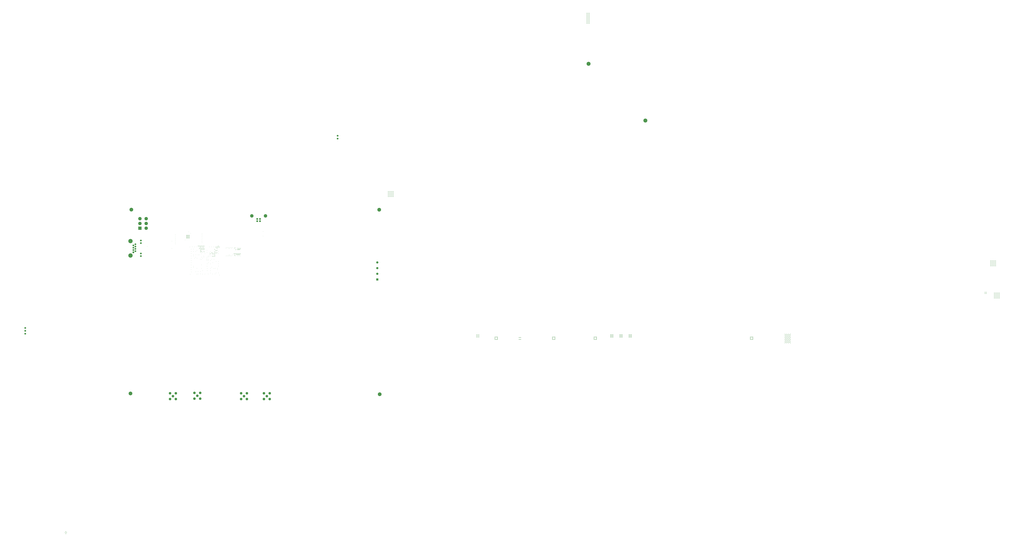
<source format=gbr>
G04*
G04 #@! TF.GenerationSoftware,Altium Limited,Altium Designer,22.11.1 (43)*
G04*
G04 Layer_Physical_Order=2*
G04 Layer_Color=16737945*
%FSLAX44Y44*%
%MOMM*%
G71*
G04*
G04 #@! TF.SameCoordinates,685F9FB9-B41E-4883-9AF5-229453B53175*
G04*
G04*
G04 #@! TF.FilePolarity,Positive*
G04*
G01*
G75*
%ADD89C,0.1270*%
%ADD98C,3.3020*%
%ADD99C,0.6000*%
%ADD100C,3.8100*%
G04:AMPARAMS|DCode=101|XSize=1.524mm|YSize=1.524mm|CornerRadius=0mm|HoleSize=0mm|Usage=FLASHONLY|Rotation=270.000|XOffset=0mm|YOffset=0mm|HoleType=Round|Shape=Octagon|*
%AMOCTAGOND101*
4,1,8,-0.3810,-0.7620,0.3810,-0.7620,0.7620,-0.3810,0.7620,0.3810,0.3810,0.7620,-0.3810,0.7620,-0.7620,0.3810,-0.7620,-0.3810,-0.3810,-0.7620,0.0*
%
%ADD101OCTAGOND101*%

%ADD102C,1.5240*%
%ADD103C,1.9050*%
%ADD104R,1.9050X1.9050*%
%ADD105C,3.5000*%
%ADD106C,3.0000*%
%ADD107C,1.6000*%
%ADD108C,2.2000*%
%ADD109R,3.0000X3.0000*%
%ADD110C,0.2700*%
%ADD111C,0.3302*%
%ADD112C,0.2032*%
%ADD113C,0.2400*%
%ADD114C,0.2540*%
%ADD115C,0.5000*%
%ADD116C,0.5080*%
%ADD117C,0.5588*%
D89*
X544826Y1321574D02*
X549000Y1317400D01*
X574826Y1321574D02*
X579000Y1317400D01*
X554826Y1321574D02*
X559000Y1317400D01*
X544826Y1331574D02*
X549000Y1327400D01*
X544826Y1341574D02*
X549000Y1337400D01*
X554826Y1341574D02*
X559000Y1337400D01*
X564826Y1341574D02*
X569000Y1337400D01*
X574826Y1341574D02*
X579000Y1337400D01*
X574826Y1351574D02*
X579000Y1347400D01*
X564826Y1351574D02*
X569000Y1347400D01*
X554826Y1351574D02*
X559000Y1347400D01*
X534826Y1351574D02*
X539000Y1347400D01*
X544826Y1351574D02*
X549000Y1347400D01*
X544826Y1361574D02*
X549000Y1357400D01*
X524826Y1371574D02*
X529000Y1367400D01*
X534826Y1371574D02*
X539000Y1367400D01*
X544826Y1371574D02*
X549000Y1367400D01*
X554826Y1371574D02*
X559000Y1367400D01*
X564826Y1371574D02*
X569000Y1367400D01*
X574826Y1371574D02*
X579000Y1367400D01*
X564826Y1361574D02*
X569000Y1357400D01*
X689000Y1347400D02*
X693174Y1351574D01*
X870637Y1294605D02*
X874811Y1290431D01*
X670080Y1288187D02*
X670872Y1288979D01*
Y1289272D01*
X670080Y1287800D02*
Y1288187D01*
X670872Y1289272D02*
X673174Y1291574D01*
Y1291574D01*
X846637Y1286605D02*
X850811Y1282431D01*
X862637Y1294605D02*
X866811Y1290431D01*
X878637Y1294605D02*
X882811Y1290431D01*
X886637Y1294605D02*
X890811Y1290431D01*
X838637Y1302605D02*
X842811Y1298431D01*
X846637Y1302605D02*
X850811Y1298431D01*
X854637Y1302605D02*
X858811Y1298431D01*
X862637Y1302605D02*
X866811Y1298431D01*
X870637Y1302605D02*
X874811Y1298431D01*
X878637Y1302605D02*
X882811Y1298431D01*
X886637Y1302605D02*
X890811Y1298431D01*
X894637Y1302605D02*
X898811Y1298431D01*
X846637Y1350605D02*
X850811Y1354779D01*
X854637Y1334605D02*
X858811Y1338779D01*
X870637Y1334605D02*
X874811Y1338779D01*
X870637Y1342605D02*
X874811Y1346779D01*
X878637Y1342605D02*
X882811Y1346779D01*
X886637Y1342605D02*
X890811Y1346779D01*
X894637Y1342605D02*
X898811Y1346779D01*
X886637Y1334605D02*
X890811Y1338779D01*
X878637Y1334605D02*
X882811Y1338779D01*
X629000Y1297400D02*
X633174Y1301574D01*
X649000Y1297400D02*
X653174Y1301574D01*
X659000Y1297400D02*
X663174Y1301574D01*
X669000Y1297400D02*
X673174Y1301574D01*
X649000Y1277400D02*
X653174Y1281574D01*
X639000Y1307400D02*
X643174Y1311574D01*
X649000Y1307400D02*
X653174Y1311574D01*
X669000Y1307400D02*
X673174Y1311574D01*
X679000Y1307400D02*
X683174Y1311574D01*
X689000Y1307400D02*
X693174Y1311574D01*
X669000Y1317400D02*
X673174Y1321574D01*
X669000Y1337400D02*
X673174Y1341574D01*
X679000Y1327400D02*
X683174Y1331574D01*
X689000Y1327400D02*
X693174Y1331574D01*
X679000Y1357400D02*
X683174Y1361574D01*
X689000Y1357400D02*
X693174Y1361574D01*
X699000Y1357400D02*
X703174Y1361574D01*
X709000Y1357400D02*
X713174Y1361574D01*
X699000Y1367400D02*
X703174Y1371574D01*
X659000Y1277400D02*
X663174Y1281574D01*
X669103Y1277503D02*
X673277Y1281677D01*
D98*
X-69850Y71628D02*
D03*
X2121154Y65024D02*
D03*
X2116836Y1688592D02*
D03*
X-62213Y1689432D02*
D03*
D99*
X445687Y1462339D02*
D03*
X445687Y1451639D02*
D03*
Y1440939D02*
D03*
X434987Y1462339D02*
D03*
Y1451639D02*
D03*
Y1440939D02*
D03*
X424287Y1462339D02*
D03*
X424287Y1451639D02*
D03*
X424287Y1440939D02*
D03*
D100*
X-69850Y1286002D02*
D03*
Y1413002D02*
D03*
D101*
X-44450Y1313942D02*
D03*
D102*
Y1334262D02*
D03*
Y1354582D02*
D03*
Y1374902D02*
D03*
X-26670Y1324102D02*
D03*
Y1344422D02*
D03*
Y1364742D02*
D03*
Y1385062D02*
D03*
X21590Y1280922D02*
D03*
Y1395222D02*
D03*
Y1418082D02*
D03*
Y1303782D02*
D03*
X1751400Y2339760D02*
D03*
Y2314360D02*
D03*
X-995000Y597200D02*
D03*
Y622600D02*
D03*
Y648000D02*
D03*
D103*
X2100000Y1225000D02*
D03*
Y1175000D02*
D03*
Y1125000D02*
D03*
D104*
Y1075000D02*
D03*
D105*
X4457580Y2473300D02*
D03*
X3957580Y2973300D02*
D03*
D106*
X996640Y1634754D02*
D03*
X1117040Y1634754D02*
D03*
X13208Y1567942D02*
D03*
Y1609942D02*
D03*
X68208Y1525942D02*
D03*
Y1567942D02*
D03*
Y1609942D02*
D03*
D107*
X1069340Y1607754D02*
D03*
X1044340D02*
D03*
X1069340Y1587754D02*
D03*
X1044340D02*
D03*
D108*
X902800Y73280D02*
D03*
Y22480D02*
D03*
X953600D02*
D03*
Y73280D02*
D03*
X928200Y47880D02*
D03*
X1103600Y73280D02*
D03*
Y22480D02*
D03*
X1154400D02*
D03*
Y73280D02*
D03*
X1129000Y47880D02*
D03*
X492220Y77090D02*
D03*
Y26290D02*
D03*
X543020D02*
D03*
Y77090D02*
D03*
X517620Y51690D02*
D03*
X277800Y73280D02*
D03*
Y22480D02*
D03*
X328600D02*
D03*
Y73280D02*
D03*
X303200Y47880D02*
D03*
D109*
X13208Y1525942D02*
D03*
D110*
X1096330Y1496251D02*
D03*
Y1457135D02*
D03*
X77271Y1366528D02*
D03*
X442487Y1494458D02*
D03*
X410487Y1421739D02*
D03*
X579000Y1367400D02*
D03*
X569000D02*
D03*
X324862Y1388072D02*
D03*
X324773Y1400963D02*
D03*
X324862Y1415713D02*
D03*
X324736Y1428442D02*
D03*
X324696Y1440923D02*
D03*
X324682Y1455603D02*
D03*
X324696Y1469758D02*
D03*
X559055Y1398029D02*
D03*
X558752Y1409711D02*
D03*
X558877Y1423931D02*
D03*
X559000Y1437973D02*
D03*
Y1451773D02*
D03*
Y1464973D02*
D03*
Y1477579D02*
D03*
X459487Y1481539D02*
D03*
X549000Y1317400D02*
D03*
X544826Y1321574D02*
D03*
X559000Y1317400D02*
D03*
X554826Y1321574D02*
D03*
X579000Y1317400D02*
D03*
X574826Y1321574D02*
D03*
X549000Y1327400D02*
D03*
X544826Y1331574D02*
D03*
X549000Y1337400D02*
D03*
X544826Y1341574D02*
D03*
X559000Y1337400D02*
D03*
X554826Y1341574D02*
D03*
X569000Y1337400D02*
D03*
X564826Y1341574D02*
D03*
X579000Y1337400D02*
D03*
X574826Y1341574D02*
D03*
X539000Y1347400D02*
D03*
X534826Y1351574D02*
D03*
X549000Y1347400D02*
D03*
X544826Y1351574D02*
D03*
X559000Y1347400D02*
D03*
X554826Y1351574D02*
D03*
X569000Y1347400D02*
D03*
X564826Y1351574D02*
D03*
X579000Y1347400D02*
D03*
X574826Y1351574D02*
D03*
X569000Y1357400D02*
D03*
X564826Y1361574D02*
D03*
X549000Y1357400D02*
D03*
X544826Y1361574D02*
D03*
X524826Y1371574D02*
D03*
X534826D02*
D03*
X549000Y1367400D02*
D03*
X544826Y1371574D02*
D03*
X554826D02*
D03*
X564826D02*
D03*
X574826D02*
D03*
X559000Y1367400D02*
D03*
X539000D02*
D03*
X529000D02*
D03*
X870637Y1294605D02*
D03*
X670080Y1287800D02*
D03*
X850811Y1282431D02*
D03*
X846637Y1286605D02*
D03*
X866811Y1290431D02*
D03*
X862637Y1294605D02*
D03*
X874811Y1290431D02*
D03*
X882811D02*
D03*
X878637Y1294605D02*
D03*
X890811Y1290431D02*
D03*
X886637Y1294605D02*
D03*
X842811Y1298431D02*
D03*
X838637Y1302605D02*
D03*
X850811Y1298431D02*
D03*
X846637Y1302605D02*
D03*
X858811Y1298431D02*
D03*
X854637Y1302605D02*
D03*
X866811Y1298431D02*
D03*
X862637Y1302605D02*
D03*
X874811Y1298431D02*
D03*
X870637Y1302605D02*
D03*
X882811Y1298431D02*
D03*
X878637Y1302605D02*
D03*
X890811Y1298431D02*
D03*
X886637Y1302605D02*
D03*
X898811Y1298431D02*
D03*
X894637Y1302605D02*
D03*
X850811Y1354779D02*
D03*
X846637Y1350605D02*
D03*
X858811Y1338779D02*
D03*
X854637Y1334605D02*
D03*
X874811Y1338779D02*
D03*
X870637Y1334605D02*
D03*
X874811Y1346779D02*
D03*
X870637Y1342605D02*
D03*
X882811Y1346779D02*
D03*
X878637Y1342605D02*
D03*
X890811Y1346779D02*
D03*
X886637Y1342605D02*
D03*
X898811Y1346779D02*
D03*
X894637Y1342605D02*
D03*
X890811Y1338779D02*
D03*
X886637Y1334605D02*
D03*
X882811Y1338779D02*
D03*
X878637Y1334605D02*
D03*
X633174Y1301574D02*
D03*
X629000Y1297400D02*
D03*
X653174Y1301574D02*
D03*
X649000Y1297400D02*
D03*
X663174Y1301574D02*
D03*
X659000Y1297400D02*
D03*
X673174Y1291574D02*
D03*
Y1301574D02*
D03*
X669000Y1297400D02*
D03*
X653174Y1281574D02*
D03*
X649000Y1277400D02*
D03*
X643174Y1311574D02*
D03*
X639000Y1307400D02*
D03*
X653174Y1311574D02*
D03*
X649000Y1307400D02*
D03*
X673174Y1311574D02*
D03*
X669000Y1307400D02*
D03*
X683174Y1311574D02*
D03*
X679000Y1307400D02*
D03*
X693174Y1311574D02*
D03*
X689000Y1307400D02*
D03*
X673174Y1321574D02*
D03*
X669000Y1317400D02*
D03*
X673174Y1341574D02*
D03*
X669000Y1337400D02*
D03*
X683174Y1331574D02*
D03*
X679000Y1327400D02*
D03*
X693174Y1331574D02*
D03*
X689000Y1327400D02*
D03*
X693174Y1351574D02*
D03*
X689000Y1347400D02*
D03*
X683174Y1361574D02*
D03*
X679000Y1357400D02*
D03*
X693174Y1361574D02*
D03*
X689000Y1357400D02*
D03*
X703174Y1361574D02*
D03*
X699000Y1357400D02*
D03*
X713174Y1361574D02*
D03*
X709000Y1357400D02*
D03*
X703174Y1371574D02*
D03*
X699000Y1367400D02*
D03*
X663174Y1281574D02*
D03*
X659000Y1277400D02*
D03*
X669103Y1277503D02*
D03*
X673277Y1281677D02*
D03*
D111*
X294513Y1348166D02*
D03*
X294640Y1411903D02*
D03*
X703395Y1301775D02*
D03*
X683330Y1301730D02*
D03*
X703187Y1321400D02*
D03*
X683000D02*
D03*
X634397Y1173127D02*
D03*
X644740Y1183140D02*
D03*
X514740Y1173140D02*
D03*
X524740Y1143140D02*
D03*
X564740Y1153140D02*
D03*
X554799Y1172538D02*
D03*
X554740Y1203140D02*
D03*
X663128Y1361570D02*
D03*
X643260Y1362260D02*
D03*
X623260D02*
D03*
X603260Y1331660D02*
D03*
Y1311660D02*
D03*
Y1271660D02*
D03*
X613260Y1281660D02*
D03*
X683260Y1232740D02*
D03*
X703260D02*
D03*
Y1213140D02*
D03*
Y1192740D02*
D03*
X683260Y1132740D02*
D03*
X703260D02*
D03*
X713260Y1112740D02*
D03*
X673260Y1123140D02*
D03*
X653260D02*
D03*
X613260D02*
D03*
X584740Y1122740D02*
D03*
X564740D02*
D03*
X544740Y1123740D02*
D03*
Y1143140D02*
D03*
X504740D02*
D03*
X515080Y1261920D02*
D03*
X574740Y1281660D02*
D03*
X575080Y1271920D02*
D03*
X564740Y1261660D02*
D03*
X543958Y1252460D02*
D03*
X554740Y1251660D02*
D03*
Y1271660D02*
D03*
X504740Y1291660D02*
D03*
X524740D02*
D03*
X534740D02*
D03*
X584740Y1301660D02*
D03*
X575080Y1331660D02*
D03*
X554740D02*
D03*
X564740Y1311660D02*
D03*
X554740Y1301660D02*
D03*
X544740Y1311660D02*
D03*
X504740Y1321660D02*
D03*
X514740Y1331660D02*
D03*
X484740Y1341660D02*
D03*
X534740D02*
D03*
X494740Y1361660D02*
D03*
X514740D02*
D03*
X574740D02*
D03*
X694670Y1161730D02*
D03*
Y1173070D02*
D03*
X663300Y1171700D02*
D03*
X675000Y1173400D02*
D03*
X695000Y1341400D02*
D03*
X625400Y1311000D02*
D03*
X634740Y1321660D02*
D03*
X623600Y1282000D02*
D03*
X634740Y1283140D02*
D03*
X664000Y1251903D02*
D03*
X644000Y1252903D02*
D03*
X633600Y1211700D02*
D03*
X654400Y1222000D02*
D03*
X604700Y1171700D02*
D03*
Y1153100D02*
D03*
X601787Y1260187D02*
D03*
X602000Y1250000D02*
D03*
X633600Y1132000D02*
D03*
Y1152000D02*
D03*
X514000Y1122400D02*
D03*
X524500Y1122900D02*
D03*
X465000Y1141400D02*
D03*
X455400Y1121000D02*
D03*
X484400Y1192000D02*
D03*
Y1182000D02*
D03*
X463400Y1163000D02*
D03*
X464400Y1182000D02*
D03*
X464000Y1203000D02*
D03*
X464400Y1222400D02*
D03*
Y1261873D02*
D03*
Y1242200D02*
D03*
X503340Y1271740D02*
D03*
X495000Y1261400D02*
D03*
X484660Y1281740D02*
D03*
X484340Y1292740D02*
D03*
X464437Y1281740D02*
D03*
X464740Y1301660D02*
D03*
X474000Y1363000D02*
D03*
X484340Y1322000D02*
D03*
X603600Y1192000D02*
D03*
X604700Y1211700D02*
D03*
X634740Y1241660D02*
D03*
X614200Y1242200D02*
D03*
X614137Y1253000D02*
D03*
X464400Y1322000D02*
D03*
X464740Y1341660D02*
D03*
X453000Y1361000D02*
D03*
X614000Y1222400D02*
D03*
X602870Y1243870D02*
D03*
X614000Y1273000D02*
D03*
D112*
X850775Y1346743D02*
D03*
X826498Y1290466D02*
D03*
X794447D02*
D03*
X802447D02*
D03*
X842775Y1290415D02*
D03*
X850775D02*
D03*
X842826Y1346743D02*
D03*
X794498Y1346743D02*
D03*
X802498Y1346743D02*
D03*
X818151Y1347091D02*
D03*
X867123Y1282119D02*
D03*
X770151Y1347091D02*
D03*
X867123Y1355091D02*
D03*
X802151Y1282119D02*
D03*
X810151D02*
D03*
X818151D02*
D03*
X875123Y1355091D02*
D03*
X883123Y1355091D02*
D03*
X891123D02*
D03*
X899123D02*
D03*
X826151Y1355091D02*
D03*
X818151Y1355091D02*
D03*
X810151D02*
D03*
X802151D02*
D03*
X794151Y1355091D02*
D03*
X786151Y1355091D02*
D03*
X794151Y1282119D02*
D03*
X786151Y1282119D02*
D03*
X778151D02*
D03*
X770151D02*
D03*
X899123D02*
D03*
X891123D02*
D03*
X883123D02*
D03*
X875123Y1282119D02*
D03*
D113*
X778151Y1355091D02*
D03*
D114*
X770151D02*
D03*
X534740Y1361660D02*
D03*
X554740D02*
D03*
X673000Y1331400D02*
D03*
D115*
X3964580Y3329540D02*
D03*
X3953580D02*
D03*
X3942580D02*
D03*
X3964580Y3340540D02*
D03*
X3953580D02*
D03*
X3942580D02*
D03*
X3964580Y3351540D02*
D03*
X3953580D02*
D03*
X3942580D02*
D03*
X3964580Y3362540D02*
D03*
X3953580D02*
D03*
X3942580D02*
D03*
X3964580Y3373540D02*
D03*
X3953580D02*
D03*
X3942580D02*
D03*
X3964580Y3384540D02*
D03*
X3953580D02*
D03*
X3942580D02*
D03*
X3964580Y3395540D02*
D03*
X3953580D02*
D03*
X3942580D02*
D03*
X3964580Y3406540D02*
D03*
X3953580D02*
D03*
X3942580D02*
D03*
X3964580Y3417540D02*
D03*
X3953580D02*
D03*
X3942580D02*
D03*
X2196760Y1848680D02*
D03*
X2207760D02*
D03*
X2218760D02*
D03*
X2229760D02*
D03*
X2240760D02*
D03*
X2196760Y1837680D02*
D03*
X2207760D02*
D03*
X2218760D02*
D03*
X2229760D02*
D03*
X2240760D02*
D03*
X2196760Y1826680D02*
D03*
X2207760D02*
D03*
X2218760D02*
D03*
X2229760D02*
D03*
X2240760D02*
D03*
X2196760Y1815680D02*
D03*
X2207760D02*
D03*
X2218760D02*
D03*
X2229760D02*
D03*
X2240760D02*
D03*
X2196760Y1804680D02*
D03*
X2207760D02*
D03*
X2218760D02*
D03*
X2229760D02*
D03*
X2240760D02*
D03*
X7492660Y1239080D02*
D03*
X7503660D02*
D03*
X7514660D02*
D03*
X7525660D02*
D03*
X7536660D02*
D03*
X7492660Y1228080D02*
D03*
X7503660D02*
D03*
X7514660D02*
D03*
X7525660D02*
D03*
X7536660D02*
D03*
X7492660Y1217080D02*
D03*
X7503660D02*
D03*
X7514660D02*
D03*
X7525660D02*
D03*
X7536660D02*
D03*
X7492660Y1206080D02*
D03*
X7503660D02*
D03*
X7514660D02*
D03*
X7525660D02*
D03*
X7536660D02*
D03*
X7492660Y1195080D02*
D03*
X7503660D02*
D03*
X7514660D02*
D03*
X7525660D02*
D03*
X7536660D02*
D03*
X7569860Y911800D02*
D03*
X7558860D02*
D03*
X7547860D02*
D03*
X7536860D02*
D03*
X7525860D02*
D03*
X7569860Y922800D02*
D03*
X7558860D02*
D03*
X7547860D02*
D03*
X7536860D02*
D03*
X7525860D02*
D03*
X7569860Y933800D02*
D03*
X7558860D02*
D03*
X7547860D02*
D03*
X7536860D02*
D03*
X7525860D02*
D03*
X7569860Y944800D02*
D03*
X7558860D02*
D03*
X7547860D02*
D03*
X7536860D02*
D03*
X7525860D02*
D03*
X7569860Y955800D02*
D03*
X7558860D02*
D03*
X7547860D02*
D03*
X7536860D02*
D03*
X7525860D02*
D03*
X7443300Y962160D02*
D03*
X7454300D02*
D03*
X7443300Y951160D02*
D03*
X7454300D02*
D03*
X5402560Y554010D02*
D03*
Y561310D02*
D03*
Y568660D02*
D03*
X5387906Y546656D02*
D03*
X5395206D02*
D03*
X5402557D02*
D03*
X5380540Y554010D02*
D03*
Y546660D02*
D03*
Y561310D02*
D03*
Y568660D02*
D03*
X5387910D02*
D03*
X5395210D02*
D03*
X-638000Y-1143500D02*
D03*
X-643750Y-1153000D02*
D03*
X-632250D02*
D03*
X-638000Y-1162500D02*
D03*
X4028420Y554010D02*
D03*
Y561310D02*
D03*
Y568660D02*
D03*
X4013766Y546656D02*
D03*
X4021067D02*
D03*
X4028416D02*
D03*
X4006400Y554010D02*
D03*
Y546660D02*
D03*
Y561310D02*
D03*
Y568660D02*
D03*
X4013770D02*
D03*
X4021070D02*
D03*
X3662660Y554010D02*
D03*
Y561310D02*
D03*
Y568660D02*
D03*
X3648007Y546656D02*
D03*
X3655306D02*
D03*
X3662657D02*
D03*
X3640640Y554010D02*
D03*
Y546660D02*
D03*
Y561310D02*
D03*
Y568660D02*
D03*
X3648010D02*
D03*
X3655310D02*
D03*
X3346540Y547080D02*
D03*
X3354340D02*
D03*
X3362140D02*
D03*
Y564280D02*
D03*
X3354340D02*
D03*
X3346540D02*
D03*
X3157200Y554010D02*
D03*
Y561310D02*
D03*
Y568660D02*
D03*
X3142546Y546656D02*
D03*
X3149846D02*
D03*
X3157196D02*
D03*
X3135180Y554010D02*
D03*
Y546660D02*
D03*
Y561310D02*
D03*
Y568660D02*
D03*
X3142550D02*
D03*
X3149850D02*
D03*
X2993481Y578201D02*
D03*
Y588201D02*
D03*
X2983481Y578201D02*
D03*
X2973481D02*
D03*
Y568201D02*
D03*
Y588201D02*
D03*
X2983481D02*
D03*
Y568201D02*
D03*
X2993481D02*
D03*
D116*
X5686040Y593440D02*
D03*
X5701280D02*
D03*
X5716520D02*
D03*
X5731760D02*
D03*
X5724140Y585820D02*
D03*
X5693660D02*
D03*
X5731760Y578200D02*
D03*
X5716520D02*
D03*
X5701280D02*
D03*
X5686040D02*
D03*
X5724140Y570580D02*
D03*
X5693660D02*
D03*
X5731760Y562960D02*
D03*
X5716520D02*
D03*
X5701280D02*
D03*
X5686040D02*
D03*
X5724140Y555340D02*
D03*
X5693660D02*
D03*
X5731760Y547720D02*
D03*
X5716520D02*
D03*
X5701280D02*
D03*
X5686040D02*
D03*
X5724140Y540100D02*
D03*
X5708900D02*
D03*
X5693660D02*
D03*
X5731760Y532480D02*
D03*
X5716520D02*
D03*
X5701280D02*
D03*
X5724140Y524860D02*
D03*
X5708900D02*
D03*
X5731760Y517240D02*
D03*
X5716520D02*
D03*
X5701280D02*
D03*
X5686040D02*
D03*
Y532480D02*
D03*
X5693660Y524860D02*
D03*
X5708900Y585820D02*
D03*
Y570580D02*
D03*
Y555340D02*
D03*
D117*
X4334600Y588200D02*
D03*
X4324600D02*
D03*
X4314600D02*
D03*
Y578200D02*
D03*
X4324600D02*
D03*
X4334600D02*
D03*
Y568200D02*
D03*
X4324600D02*
D03*
X4314600D02*
D03*
X4253320Y588200D02*
D03*
X4243320D02*
D03*
X4233320D02*
D03*
Y578200D02*
D03*
X4243320D02*
D03*
X4253320D02*
D03*
Y568200D02*
D03*
X4243320D02*
D03*
X4233320D02*
D03*
X4172040Y588200D02*
D03*
X4162040D02*
D03*
X4152040D02*
D03*
Y578200D02*
D03*
X4162040D02*
D03*
X4172040D02*
D03*
Y568200D02*
D03*
X4162040D02*
D03*
X4152040D02*
D03*
M02*

</source>
